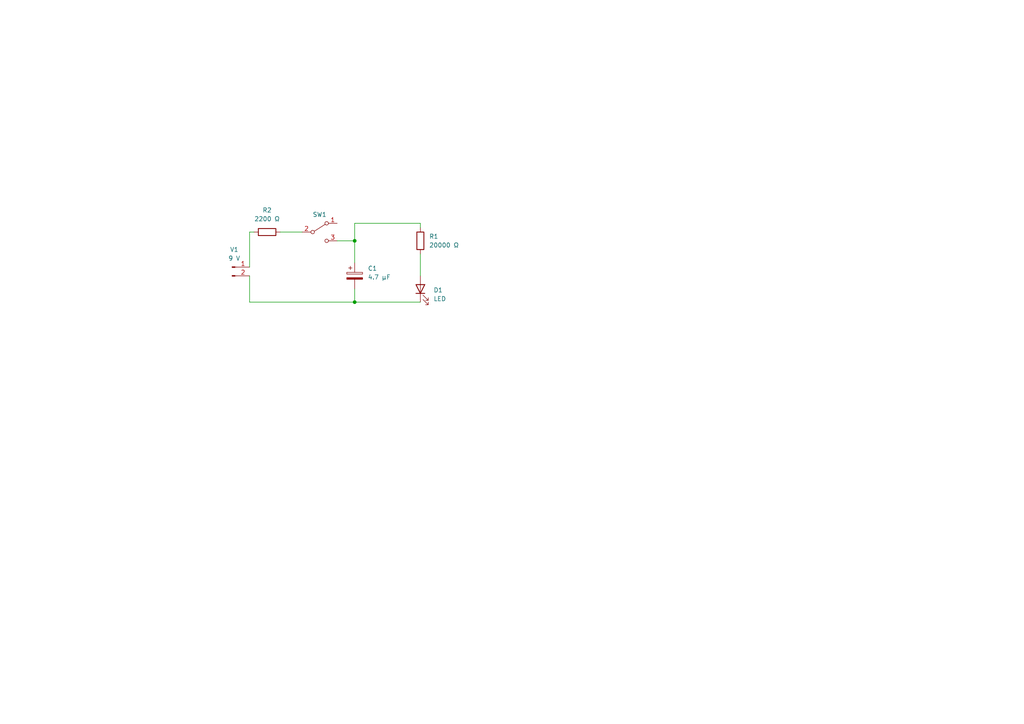
<source format=kicad_sch>
(kicad_sch (version 20211123) (generator eeschema)
  (paper "A4")
  (title_block (title "Exercise 1") (date "2023-01-27"))
  (lib_symbols
    (symbol "Connector:Conn_01x02_Male" (pin_names (offset 1.016) hide)
      (property "Reference" "J" (at 0 2.54 0))
      (property "Value" "Conn_01x02_Male" (at 0 -5.08 0))
      (symbol "Conn_01x02_Male_1_1"
        (polyline (pts (xy 1.27 -2.54) (xy 0.8636 -2.54)) (stroke (width 0.1524)))
        (polyline (pts (xy 1.27 0) (xy 0.8636 0)) (stroke (width 0.1524)))
        (rectangle (start 0.8636 -2.413) (end 0 -2.667) (stroke (width 0.1524)) (fill (type outline)))
        (rectangle (start 0.8636 0.127) (end 0 -0.127) (stroke (width 0.1524)) (fill (type outline)))
        (pin passive line (at 5.08 0 180) (length 3.81) (name "Pin_1") (number "1"))
        (pin passive line (at 5.08 -2.54 180) (length 3.81) (name "Pin_2") (number "2"))
      )
    )
    (symbol "Device:C_Polarized" (pin_numbers hide) (pin_names (offset 0.254))
      (property "Reference" "C" (at 0.635 2.54 0))
      (property "Value" "C_Polarized" (at 0.635 -2.54 0))
      (symbol "C_Polarized_0_1"
        (rectangle (start -2.286 0.508) (end 2.286 1.016))
        (polyline (pts (xy -1.778 2.286) (xy -0.762 2.286)))
        (polyline (pts (xy -1.27 2.794) (xy -1.27 1.778)))
        (rectangle (start 2.286 -0.508) (end -2.286 -1.016) (fill (type outline)))
      )
      (symbol "C_Polarized_1_1"
        (pin passive line (at 0 3.81 270) (length 2.794) (name "~") (number "1"))
        (pin passive line (at 0 -3.81 90) (length 2.794) (name "~") (number "2"))
      )
    )
    (symbol "Device:LED" (pin_numbers hide) (pin_names (offset 1.016) hide)
      (property "Reference" "D" (at 0 2.54 0))
      (property "Value" "LED" (at 0 -2.54 0))
      (symbol "LED_0_1"
        (polyline (pts (xy -1.27 -1.27) (xy -1.27 1.27)) (stroke (width 0.254)))
        (polyline (pts (xy -1.27 0) (xy 1.27 0)))
        (polyline (pts (xy 1.27 -1.27) (xy 1.27 1.27) (xy -1.27 0) (xy 1.27 -1.27)) (stroke (width 0.254)))
        (polyline (pts (xy -3.048 -0.762) (xy -4.572 -2.286) (xy -3.81 -2.286) (xy -4.572 -2.286) (xy -4.572 -1.524)))
        (polyline (pts (xy -1.778 -0.762) (xy -3.302 -2.286) (xy -2.54 -2.286) (xy -3.302 -2.286) (xy -3.302 -1.524)))
      )
      (symbol "LED_1_1"
        (pin passive line (at -3.81 0 0) (length 2.54) (name "K") (number "1"))
        (pin passive line (at 3.81 0 180) (length 2.54) (name "A") (number "2"))
      )
    )
    (symbol "Device:R" (pin_numbers hide) (pin_names (offset 0))
      (property "Reference" "R" (at 2.032 0 90))
      (property "Value" "R" (at 0 0 90))
      (symbol "R_0_1"
        (rectangle (start -1.016 -2.54) (end 1.016 2.54) (stroke (width 0.254)))
      )
      (symbol "R_1_1"
        (pin passive line (at 0 3.81 270) (length 1.27) (name "~") (number "1"))
        (pin passive line (at 0 -3.81 90) (length 1.27) (name "~") (number "2"))
      )
    )
    (symbol "Switch:SW_SPDT" (pin_names (offset 0) hide)
      (property "Reference" "SW" (at 0 4.318 0))
      (property "Value" "SW_SPDT" (at 0 -5.08 0))
      (symbol "SW_SPDT_0_0"
        (circle (center -2.032 0) (radius 0.508))
        (circle (center 2.032 -2.54) (radius 0.508))
      )
      (symbol "SW_SPDT_0_1"
        (polyline (pts (xy -1.524 0.254) (xy 1.651 2.286)))
        (circle (center 2.032 2.54) (radius 0.508))
      )
      (symbol "SW_SPDT_1_1"
        (pin passive line (at 5.08 2.54 180) (length 2.54) (name "A") (number "1"))
        (pin passive line (at -5.08 0 0) (length 2.54) (name "B") (number "2"))
        (pin passive line (at 5.08 -2.54 180) (length 2.54) (name "C") (number "3"))
      )
    )
  )
  (junction (at 102.87 69.85))
  (junction (at 102.87 87.63))
  (wire (pts (xy 121.92 87.63) (xy 102.87 87.63)))
  (wire (pts (xy 72.39 67.31) (xy 72.39 77.47)))
  (wire (pts (xy 102.87 83.82) (xy 102.87 87.63)))
  (wire (pts (xy 121.92 64.77) (xy 121.92 66.04)))
  (wire (pts (xy 97.79 69.85) (xy 102.87 69.85)))
  (wire (pts (xy 72.39 87.63) (xy 72.39 80.01)))
  (wire (pts (xy 73.66 67.31) (xy 72.39 67.31)))
  (wire (pts (xy 102.87 64.77) (xy 102.87 69.85)))
  (wire (pts (xy 81.28 67.31) (xy 87.63 67.31)))
  (wire (pts (xy 102.87 87.63) (xy 72.39 87.63)))
  (wire (pts (xy 121.92 73.66) (xy 121.92 80.01)))
  (wire (pts (xy 121.92 64.77) (xy 102.87 64.77)))
  (wire (pts (xy 102.87 69.85) (xy 102.87 76.2)))
  (symbol (lib_id "Device:R") (at 77.47 67.31 270) (unit 1)
    (property "Reference" "R2" (at 77.47 60.96 90))
    (property "Value" "2200 Ω" (at 77.47 63.5 90))
    (property "Footprint" "Resistor_THT:R_Axial_DIN0516_L15.5mm_D5.0mm_P20.32mm_Horizontal" (effects hide))
  )
  (symbol (lib_id "Device:R") (at 121.92 69.85 0) (unit 1)
    (property "Reference" "R1" (at 124.46 68.5799 0) (effects (justify left)))
    (property "Value" "20000 Ω" (at 124.46 71.1199 0) (effects (justify left)))
    (property "Footprint" "Resistor_THT:R_Axial_DIN0516_L15.5mm_D5.0mm_P20.32mm_Horizontal" (effects hide))
  )
  (symbol (lib_id "Switch:SW_SPDT") (at 92.71 67.31 0) (unit 1)
    (property "Reference" "SW1" (at 92.71 62.23 0))
    (property "Value" "SW_SPDT" (effects hide))
    (property "Footprint" "Button_Switch_THT:SW_E-Switch_EG1224_SPDT_Angled" (effects hide))
  )
  (symbol (lib_id "Device:LED") (at 121.92 83.82 90) (unit 1)
    (property "Reference" "D1" (at 125.73 84.1374 90) (effects (justify right)))
    (property "Value" "LED" (at 125.73 86.6774 90) (effects (justify right)))
    (property "Footprint" "LED_THT:LED_D5.0mm" (effects hide))
  )
  (symbol (lib_id "Connector:Conn_01x02_Male") (at 67.31 77.47 0) (unit 1)
    (property "Reference" "V1" (at 67.945 72.39 0))
    (property "Value" "9 V" (at 67.945 74.93 0))
    (property "Footprint" "Connector_JST:JST_PH_B2B-PH-K_1x02_P2.00mm_Vertical" (effects hide))
  )
  (symbol (lib_id "Device:C_Polarized") (at 102.87 80.01 0) (unit 1)
    (property "Reference" "C1" (at 106.68 77.8509 0) (effects (justify left)))
    (property "Value" "4.7 µF" (at 106.68 80.3909 0) (effects (justify left)))
    (property "Footprint" "Capacitor_THT:C_Radial_D5.0mm_H5.0mm_P2.00mm" (effects hide))
  )
)
</source>
